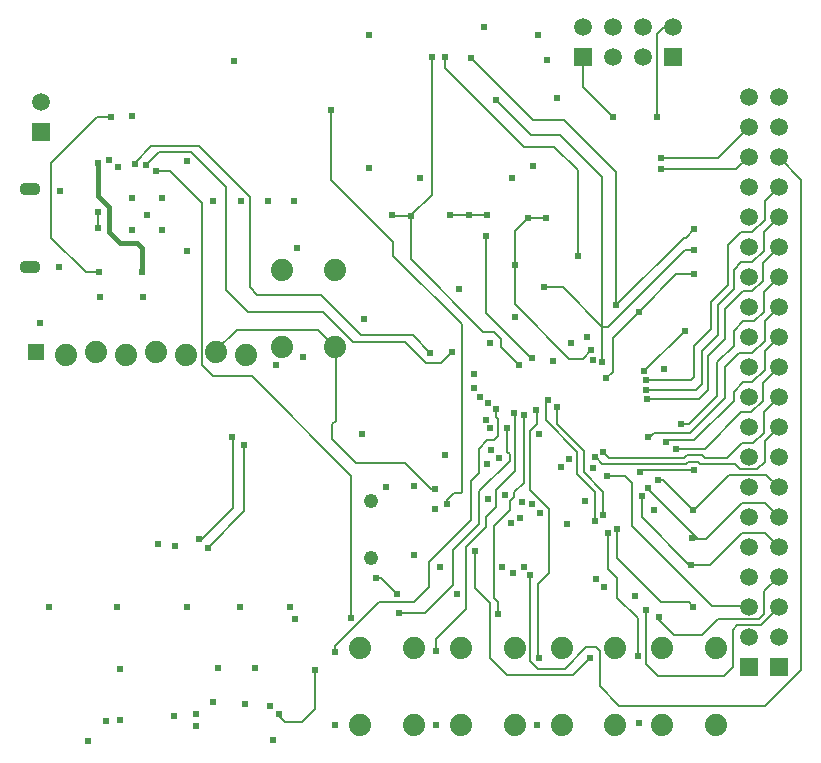
<source format=gbr>
%TF.GenerationSoftware,Novarm,DipTrace,3.2.0.1*%
%TF.CreationDate,2018-03-15T12:04:57-08:00*%
%FSLAX26Y26*%
%MOIN*%
%TF.FileFunction,Copper,L2,Inr*%
%TF.Part,Single*%
%AMOUTLINE1*
4,1,4,
0.026163,0.026163,
0.026205,-0.026121,
-0.026121,-0.026205,
-0.026163,0.026163,
0.026163,0.026163,
0*%
%TA.AperFunction,Conductor*%
%ADD15C,0.007*%
%ADD16C,0.015748*%
%ADD17C,0.006*%
%TA.AperFunction,ComponentPad*%
%ADD33R,0.059055X0.059055*%
%ADD34C,0.059055*%
%ADD38O,0.070866X0.043307*%
%ADD45C,0.074*%
%ADD60R,0.05937X0.05937*%
%ADD61C,0.05937*%
%ADD65C,0.048*%
%TA.AperFunction,ViaPad*%
%ADD66C,0.024*%
%TA.AperFunction,ComponentPad*%
%ADD142OUTLINE1*%
G75*
G01*
%LPD*%
X1278298Y531764D2*
D15*
Y525515D1*
X1300171Y503642D1*
X1356415D1*
X1400160Y547387D1*
Y678624D1*
X675236Y2150267D2*
Y2206588D1*
X2656516Y1119019D2*
Y1116078D1*
X2703578D1*
X2822141Y1234641D1*
X2897141D1*
X2944016Y1187765D1*
X2509641Y1284641D2*
Y1281464D1*
X2672086Y1119019D1*
X2656516D1*
X2356722Y1706391D2*
Y1821841D1*
X2225172Y1953391D1*
X2162580D1*
X2662765Y2078391D2*
X2631196D1*
X2374646Y1821841D1*
X2356722D1*
Y2321789D1*
X2215700Y2462811D1*
X2118835D1*
X2003222Y2578424D1*
X1162685Y1428545D2*
D17*
Y1206693D1*
X1040823Y1084831D1*
X2651572Y1028587D2*
D15*
X2716087D1*
X2822141Y1134641D1*
X2897141D1*
X2944016Y1087765D1*
X2651572Y1028587D2*
X2646945D1*
X2487546Y1187986D1*
Y1256735D1*
X2368809Y1650397D2*
X2390891Y1672479D1*
Y1784641D1*
X2477897Y1871646D1*
X2603553Y1997302D1*
X2662767D1*
X2275068Y2059729D2*
Y2344074D1*
X2196952Y2422191D1*
X2093838D1*
X1831365Y2684663D1*
Y2722159D1*
X2503170Y878603D2*
Y697372D1*
X2540666Y659876D1*
X2762517D1*
X2790639Y687998D1*
Y812985D1*
X2806263Y828608D1*
X2884859D1*
X2944016Y887765D1*
X2543790Y853605D2*
Y844242D1*
X2594016Y794016D1*
X2687767D1*
X2741107Y847356D1*
X2878130D1*
X2896878Y866104D1*
Y940628D1*
X2944016Y987765D1*
X2496920Y1675394D2*
X2631281Y1809755D1*
X2115710Y994215D2*
Y706746D1*
X2140708Y681748D1*
X2231748D1*
X2303391Y753391D1*
X2334641D1*
X2347141Y740891D1*
Y625267D1*
X2412767Y559641D1*
X2900265D1*
X3018740Y678116D1*
Y2313041D1*
X2944016Y2387765D1*
X2121960Y1719139D2*
X2118835D1*
X1968851Y1869124D1*
Y2125347D1*
X2503391Y1644016D2*
X2653390D1*
X2662765Y1653391D1*
Y1759641D1*
X2719016Y1815891D1*
Y1906515D1*
X2775267Y1962765D1*
Y2094016D1*
X2819016Y2137765D1*
X2856515D1*
X2897141Y2178391D1*
Y2240890D1*
X2944016Y2287765D1*
X2503170Y1612901D2*
X2669150D1*
X2687765Y1631516D1*
Y1740890D1*
X2740891Y1794016D1*
Y1894016D1*
X2794016Y1947141D1*
Y2012765D1*
X2819016Y2037765D1*
X2856515D1*
X2894016Y2075267D1*
Y2137765D1*
X2944016Y2187765D1*
X2506294Y1581654D2*
X2678528D1*
X2709641Y1612767D1*
Y1725265D1*
X2765891Y1781516D1*
Y1881517D1*
X2825265Y1940891D1*
X2856517D1*
X2890891Y1975265D1*
Y2034641D1*
X2944016Y2087765D1*
X2619016Y1497141D2*
X2644016D1*
X2737767Y1590891D1*
Y1703391D1*
X2794016Y1759641D1*
Y1809642D1*
X2825265Y1840891D1*
X2862767D1*
X2894016Y1872141D1*
Y1937765D1*
X2944016Y1987765D1*
X2509641Y1453392D2*
X2511017Y1452016D1*
X2528017Y1469016D1*
X2650267D1*
X2765891Y1584641D1*
Y1687765D1*
X2812767Y1734641D1*
X2856515D1*
X2897141Y1775267D1*
Y1840890D1*
X2944016Y1887765D1*
X2569016Y1437765D2*
Y1444016D1*
X2662767D1*
X2794016Y1575265D1*
Y1606516D1*
X2825265Y1637765D1*
X2856515D1*
X2897141Y1678391D1*
Y1740890D1*
X2944016Y1787765D1*
X2603391Y1415891D2*
X2697142D1*
X2819016Y1537765D1*
X2853391D1*
X2890891Y1575265D1*
Y1634641D1*
X2944016Y1687765D1*
X2359435Y1403547D2*
X2378341Y1384641D1*
X2627998D1*
X2637530Y1394173D1*
X2687525D1*
X2697058Y1384641D1*
X2772141D1*
X2822141Y1434641D1*
X2859641D1*
X2894016Y1469016D1*
Y1537765D1*
X2944016Y1587765D1*
X1518898Y850481D2*
Y1325431D1*
X1187683Y1656646D1*
X1059571D1*
X1022075Y1694142D1*
Y2234710D1*
X915894Y2340891D1*
X869016D1*
X800265Y2365891D2*
X797092Y2369065D1*
X853343Y2425315D1*
X1012701D1*
X1181433Y2256583D1*
Y1953490D1*
X1206431Y1928492D1*
X1418908D1*
X1553269Y1794131D1*
X1723811D1*
X1781670Y1736273D1*
X2371933Y1325431D2*
X2431302D1*
X2456299Y1300433D1*
Y1156698D1*
X2722107Y890891D1*
X2840890D1*
X2844016Y887765D1*
X2481516Y1337765D2*
X2487929Y1344179D1*
X2662528D1*
X2590891Y2822137D2*
X2562526D1*
X2537541Y2797151D1*
Y2522180D1*
X2553164Y2384694D2*
X2740945D1*
X2844016Y2487765D1*
X2540890Y1312765D2*
X2559642D1*
X2659642Y1212765D1*
X2944016Y1287765D2*
X2903390Y1328391D1*
X2777977D1*
X2662351Y1212765D1*
X2659642D1*
X2662764Y2147139D2*
X2634641Y2119016D1*
X2628391D1*
X2403391Y1894016D1*
Y2337613D1*
X2228198Y2512806D1*
X2125084D1*
X1918856Y2719034D1*
X1012520Y1116078D2*
D17*
X1022075D1*
X1125189Y1219192D1*
Y1450418D1*
X1122065Y1453542D1*
X1603264Y984841D2*
D15*
X1618887D1*
X1672213Y931516D1*
X1970831Y2194016D2*
X1912859D1*
X1850267D1*
X2003222Y1547282D2*
Y1522310D1*
X2009641Y1515891D1*
Y1456836D1*
X1996973Y1444168D1*
X1971975D1*
X1943853Y1416046D1*
Y1334478D1*
X1918856Y1309481D1*
Y1178571D1*
X1778246Y1037961D1*
Y953595D1*
X1728042Y903391D1*
X1612429D1*
X1465778Y756740D1*
Y737992D1*
X2062765Y1534641D2*
X2065891D1*
Y1341230D1*
X2003222Y1278561D1*
Y1222317D1*
X1968851Y1187945D1*
Y1153574D1*
X1903233Y1087956D1*
Y881727D1*
X1803243Y781738D1*
Y741117D1*
X2134600Y1544016D2*
X2137583D1*
Y1497288D1*
X2115710Y1475415D1*
Y1278561D1*
X2178204Y1216067D1*
Y1003204D1*
X2140708Y965708D1*
Y722369D1*
X2143832Y719244D1*
X2175079Y1578529D2*
X2168622D1*
Y1509994D1*
X2272141Y1406475D1*
Y1331516D1*
X2331516Y1272141D1*
Y1175267D1*
X2375058Y1134826D2*
Y1016088D1*
X2406516Y984630D1*
Y919012D1*
X2475267Y850261D1*
Y725516D1*
X834595Y2362822D2*
X878340Y2406567D1*
X984579D1*
X1103317Y2287830D1*
Y1944116D1*
X1175184Y1872248D1*
X1425158D1*
X1526603Y1770803D1*
X1698460D1*
X1768872Y1700391D1*
X1818866D1*
X1856372Y1737897D1*
X2331313Y1387924D2*
X2334437D1*
X2356446Y1365915D1*
X2634269D1*
X2640655Y1372301D1*
X2676659D1*
X2683045Y1365915D1*
X2797117D1*
X2815891Y1347141D1*
X2872141D1*
X2897141Y1372141D1*
Y1440890D1*
X2944016Y1487765D1*
X2290891Y2722137D2*
Y2622141D1*
X2390891Y2522141D1*
X2844016Y2387765D2*
X2803449Y2347198D1*
X2553164D1*
X1837614Y1231691D2*
Y1244189D1*
X1862612Y1269187D1*
X1884485D1*
X1887609Y1272311D1*
Y1831628D1*
X1659641Y2059596D1*
Y2106516D1*
X1453391Y2312765D1*
Y2544016D1*
X676328Y2369071D2*
D16*
Y2258616D1*
X712733Y2222212D1*
Y2137845D1*
X750229Y2100349D1*
X806473D1*
X822096Y2084726D1*
Y2003485D1*
X678361D2*
D17*
X634616D1*
X519003Y2119097D1*
Y2369071D1*
X672112Y2522180D1*
X718982D1*
X2107996Y2184715D2*
D15*
X2168826D1*
X2065891Y2028113D2*
Y1897070D1*
X2246946Y1716015D1*
X2290692D1*
X2318814Y1744137D1*
X2065891Y2028113D2*
Y2142610D1*
X2107996Y2184715D1*
X1678391Y869016D2*
X1765891D1*
X1859487Y962612D1*
Y1078582D1*
X1946978Y1166072D1*
Y1275103D1*
X2047141Y1375265D1*
Y1397141D1*
X2037765Y1406516D1*
Y1484641D1*
X2009641Y865891D2*
Y903390D1*
X1994016Y919015D1*
Y1156866D1*
X2050092Y1212943D1*
Y1240718D1*
X2062765Y1253391D1*
Y1272141D1*
X2093838Y1303213D1*
Y1528213D1*
X1931355Y1075104D2*
Y950428D1*
X1981516Y900267D1*
Y719015D1*
X2037765Y662765D1*
X2259641D1*
X2315891Y719016D1*
X2659643Y887764D2*
X2643807Y903600D1*
X2553183D1*
X2406305Y1050478D1*
Y1147352D1*
X2359641Y1194016D2*
Y1272142D1*
X2294016Y1337767D1*
Y1409597D1*
X2206516Y1497097D1*
Y1556516D1*
X1069016Y1737765D2*
Y1744016D1*
X1137765Y1812765D1*
X1409516D1*
X1465765Y1756516D1*
X1797139Y1281516D2*
X1784664D1*
X1697004Y1369176D1*
X1534521D1*
X1456404Y1447293D1*
Y1497288D1*
X1469016Y1509899D1*
Y1753265D1*
X1465765Y1756516D1*
X1719007Y2192194D2*
X1658338D1*
X1656516Y2194016D1*
X1787620Y2722159D2*
Y2262832D1*
X1719007Y2194219D1*
Y2192194D1*
X2078265Y1694142D2*
X2019016Y1753391D1*
Y1781516D1*
X1994016Y1806516D1*
X1959641D1*
X1719007Y2047150D1*
Y2192194D1*
D66*
X1278298Y531764D3*
X1400160Y678624D3*
X971173Y2376227D3*
X972080Y2075352D3*
X712767Y2378479D3*
X675236Y2150267D3*
Y2206588D3*
X740855Y2356572D3*
X1562767Y1847251D3*
X548817Y2276251D3*
X837719Y2194089D3*
X1153311Y2240960D3*
X1240802D3*
X1328293D3*
X787865Y2525264D3*
X681486Y1922243D3*
X481507Y1834752D3*
X825221Y1922243D3*
X681486D3*
X1983511Y1769147D3*
X2253196Y1769134D3*
X1983511Y1769147D3*
X2065891Y1853391D3*
X1877481Y1948051D3*
X2065891Y1853391D3*
X1578496Y2350361D3*
X1747788Y2318865D3*
X1578496Y2350361D3*
X2054087Y2318865D3*
X1747788D3*
X2125347Y2357448D3*
X2054087Y2318865D3*
X2141095Y2796424D3*
X2206326Y2584673D3*
X2125347Y2357448D3*
X1578496Y2794256D3*
X1961961Y2821214D3*
X1578496Y2794256D3*
Y2350361D3*
X1129057Y2709639D3*
X2478172Y500517D3*
X1465089Y494957D3*
X1802625Y495852D3*
X2140160D3*
X512765Y887765D3*
X1257906Y445751D3*
D3*
D3*
X1197141Y684641D3*
X1075194D3*
X972141Y887767D3*
X1150265D3*
X1797139Y1214587D3*
X1728390Y1059973D3*
X737767Y887767D3*
X972141D3*
X737767D3*
X1197141Y684641D3*
X1315891Y887765D3*
D3*
X1331614Y847159D3*
X1197141Y684641D3*
X2562538Y1681643D3*
X2023609Y1020485D3*
X2529693Y1210943D3*
X927799Y524675D3*
X640891Y440891D3*
X750011Y680841D3*
D3*
X1331614Y847159D3*
X1002629Y493155D3*
X2023609Y1020485D3*
X787998Y2250496D3*
X1059571Y2240960D3*
X887767Y2250265D3*
X1153311Y2240960D3*
X887625Y2144156D3*
X548817Y2276251D3*
X545692Y2020345D3*
X787998Y2144095D3*
X1831365Y1394173D3*
X1728390Y1291198D3*
X1797139Y1214587D3*
X1928391Y1665891D3*
X2656516Y1119019D3*
X2509641Y1284641D3*
X2656516Y1119019D3*
X2356722Y1706391D3*
X2162580Y1953391D3*
X2662765Y2078391D3*
X2003222Y2578424D3*
X1359540Y1722264D3*
X1162685Y1428545D3*
X1040823Y1084831D3*
X2162580Y1953391D3*
X2651572Y1028587D3*
X2487546Y1256735D3*
X2651572Y1028587D3*
X2368809Y1650397D3*
X2662767Y1997302D3*
D3*
X2275068Y2059729D3*
X1831365Y2722159D3*
X2477897Y1871646D3*
X2503170Y878603D3*
X2543790Y853605D3*
X2325063Y1350631D3*
X2496920Y1675394D3*
X2631281Y1809755D3*
X1984474Y1412922D3*
X2012596Y1384799D3*
X874725Y1096839D3*
X2087765Y1237765D3*
X2053217Y1169197D3*
X931460Y1091080D3*
X2093838Y1022338D3*
X2081338Y1184822D3*
X2122141Y1231516D3*
X2150265Y1200265D3*
X2115710Y994215D3*
X2243822Y1381675D3*
X2121960Y1719139D3*
X1968851Y2125347D3*
X2237765Y1165891D3*
X2300265Y1240891D3*
X2031344Y1262937D3*
X1975267Y1247141D3*
X2503391Y1644016D3*
X2503170Y1612901D3*
X2506294Y1581654D3*
X2619016Y1497141D3*
X2509641Y1453392D3*
X2569016Y1437765D3*
X2603391Y1415891D3*
X2359435Y1403547D3*
X1634511Y1287935D3*
X1556394Y1466041D3*
X2465891Y925266D3*
X1518898Y850481D3*
X869016Y2340891D3*
X800265Y2365891D3*
X1781670Y1736273D3*
X2371933Y1325431D3*
X2481516Y1337765D3*
X2662528Y1344179D3*
X2537541Y2522180D3*
X2190891Y1709641D3*
X2553164Y2384694D3*
X2540890Y1312765D3*
X2659642Y1212765D3*
X2662764Y2147139D3*
X2403391Y1894016D3*
X2325142Y1712642D3*
X2403391Y1894016D3*
X1918856Y2719034D3*
X1012520Y1116078D3*
X1122065Y1453542D3*
X1268924Y1694142D3*
X2362765Y953391D3*
X703391Y509641D3*
X1603264Y984841D3*
X1672213Y931516D3*
X2362765Y953391D3*
X1872141Y931516D3*
X1247051Y556761D3*
X1672213Y931516D3*
X1002629Y532919D3*
X1247051Y556761D3*
X1970831Y2194016D3*
X1850267D3*
X1912859D3*
X2171954Y2711777D3*
X1970831Y2194016D3*
X2334641Y981516D3*
X750265Y512765D3*
X1815742Y1022849D3*
X2334641Y981516D3*
X1165810Y564488D3*
X1057747Y572683D3*
X1165810Y564488D3*
X2003222Y1547282D3*
X1465778Y737992D3*
X2062765Y1534641D3*
X1803243Y741117D3*
X2134600Y1544016D3*
X2143832Y719244D3*
X2175079Y1578529D3*
X2331516Y1175267D3*
X2375058Y1134826D3*
X2475267Y725516D3*
X1981516Y1484641D3*
X1947141Y1587767D3*
X1928391Y1619016D3*
X1975265Y1569015D3*
X1969016Y1512765D3*
X834595Y2362822D3*
X1856372Y1737897D3*
X2331313Y1387924D3*
X2390891Y2522141D3*
X2553164Y2347198D3*
X2306717Y1787966D3*
X1837614Y1231691D3*
X1453391Y2544016D3*
X676328Y2369071D3*
X822096Y2003485D3*
X678361D3*
X718982Y2522180D3*
X2107996Y2184715D3*
X2168826D3*
X2065891Y2028113D3*
X2318814Y1744137D3*
X2065891Y2028113D3*
X2107996Y2184715D3*
X2059466Y1000465D3*
X1678391Y869016D3*
X2037765Y1484641D3*
X2009641Y865891D3*
X2093838Y1528213D3*
X2146957Y1466041D3*
X1931355Y1075104D3*
X2315891Y719016D3*
X2659643Y887764D3*
X2406305Y1147352D3*
X2359641Y1194016D3*
X2206516Y1556516D3*
X1797139Y1281516D3*
X1971839Y1365915D3*
X1337667Y2084726D3*
X1719007Y2192194D3*
X1656516Y2194016D3*
X1787620Y2722159D3*
X1719007Y2192194D3*
X2219016Y1353391D3*
X2078265Y1694142D3*
X1719007Y2192194D3*
D33*
X484631Y2472185D3*
D34*
Y2572185D3*
D38*
X449314Y2280188D3*
Y2020345D3*
D142*
X469016Y1737765D3*
D45*
X569016Y1727765D3*
X669016Y1737765D3*
X769016Y1727765D3*
X869016Y1737765D3*
X969016Y1727765D3*
X1069016Y1737765D3*
X1169016Y1727765D3*
D33*
X2844016Y687765D3*
D34*
Y787765D3*
Y887765D3*
Y987765D3*
Y1087765D3*
Y1187765D3*
Y1287765D3*
Y1387765D3*
Y1487765D3*
Y1587765D3*
Y1687765D3*
Y1787765D3*
Y1887765D3*
Y1987765D3*
Y2087765D3*
Y2187765D3*
Y2287765D3*
Y2387765D3*
Y2487765D3*
Y2587765D3*
D33*
X2944016Y687765D3*
D34*
Y787765D3*
Y887765D3*
Y987765D3*
Y1087765D3*
Y1187765D3*
Y1287765D3*
Y1387765D3*
Y1487765D3*
Y1587765D3*
Y1687765D3*
Y1787765D3*
Y1887765D3*
Y1987765D3*
Y2087765D3*
Y2187765D3*
Y2287765D3*
Y2387765D3*
Y2487765D3*
Y2587765D3*
D45*
X1287765Y1756516D3*
Y2012516D3*
X1465765Y1756516D3*
Y2012516D3*
X1550265Y494016D3*
Y750016D3*
X1728265Y494016D3*
Y750016D3*
X1885683Y494016D3*
Y750016D3*
X2063683Y494016D3*
Y750016D3*
X2221099Y494016D3*
Y750016D3*
X2399099Y494016D3*
Y750016D3*
X2556516Y494016D3*
Y750016D3*
X2734516Y494016D3*
Y750016D3*
D60*
X2590891Y2722137D3*
D61*
Y2822137D3*
X2490891Y2722137D3*
Y2822137D3*
X2390891Y2722137D3*
Y2822137D3*
D60*
X2290891Y2722137D3*
D61*
Y2822137D3*
D65*
X1584641Y1050269D3*
Y1240269D3*
M02*

</source>
